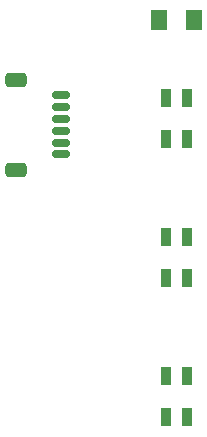
<source format=gbp>
G04 #@! TF.GenerationSoftware,KiCad,Pcbnew,7.0.7*
G04 #@! TF.CreationDate,2023-11-19T01:45:29-05:00*
G04 #@! TF.ProjectId,room_environment_monitor,726f6f6d-5f65-46e7-9669-726f6e6d656e,rev?*
G04 #@! TF.SameCoordinates,Original*
G04 #@! TF.FileFunction,Paste,Bot*
G04 #@! TF.FilePolarity,Positive*
%FSLAX46Y46*%
G04 Gerber Fmt 4.6, Leading zero omitted, Abs format (unit mm)*
G04 Created by KiCad (PCBNEW 7.0.7) date 2023-11-19 01:45:29*
%MOMM*%
%LPD*%
G01*
G04 APERTURE LIST*
G04 Aperture macros list*
%AMRoundRect*
0 Rectangle with rounded corners*
0 $1 Rounding radius*
0 $2 $3 $4 $5 $6 $7 $8 $9 X,Y pos of 4 corners*
0 Add a 4 corners polygon primitive as box body*
4,1,4,$2,$3,$4,$5,$6,$7,$8,$9,$2,$3,0*
0 Add four circle primitives for the rounded corners*
1,1,$1+$1,$2,$3*
1,1,$1+$1,$4,$5*
1,1,$1+$1,$6,$7*
1,1,$1+$1,$8,$9*
0 Add four rect primitives between the rounded corners*
20,1,$1+$1,$2,$3,$4,$5,0*
20,1,$1+$1,$4,$5,$6,$7,0*
20,1,$1+$1,$6,$7,$8,$9,0*
20,1,$1+$1,$8,$9,$2,$3,0*%
G04 Aperture macros list end*
%ADD10R,0.850000X1.600000*%
%ADD11RoundRect,0.250000X0.650000X-0.350000X0.650000X0.350000X-0.650000X0.350000X-0.650000X-0.350000X0*%
%ADD12RoundRect,0.150000X0.625000X-0.150000X0.625000X0.150000X-0.625000X0.150000X-0.625000X-0.150000X0*%
%ADD13RoundRect,0.250001X0.462499X0.624999X-0.462499X0.624999X-0.462499X-0.624999X0.462499X-0.624999X0*%
G04 APERTURE END LIST*
D10*
X110875000Y-94400000D03*
X109125000Y-94400000D03*
X109125000Y-97900000D03*
X110875000Y-97900000D03*
D11*
X96375000Y-81100000D03*
X96375000Y-88700000D03*
D12*
X100250000Y-82400000D03*
X100250000Y-83400000D03*
X100250000Y-84400000D03*
X100250000Y-85400000D03*
X100250000Y-86400000D03*
X100250000Y-87400000D03*
D10*
X110875000Y-82600000D03*
X109125000Y-82600000D03*
X109125000Y-86100000D03*
X110875000Y-86100000D03*
X110875000Y-106150000D03*
X109125000Y-106150000D03*
X109125000Y-109650000D03*
X110875000Y-109650000D03*
D13*
X108525000Y-76050000D03*
X111500000Y-76050000D03*
M02*

</source>
